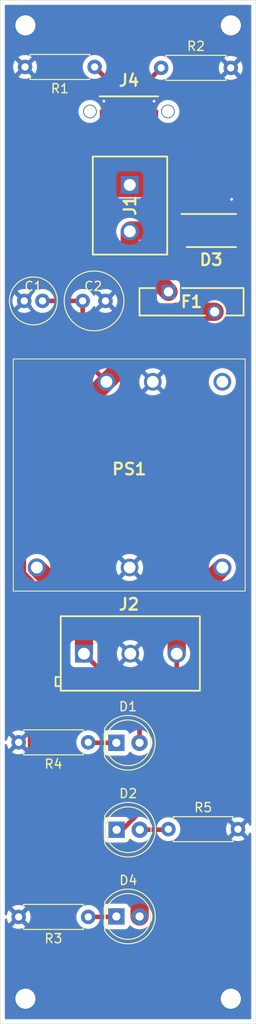
<source format=kicad_pcb>
(kicad_pcb (version 20241229) (generator "pcbnew") (generator_version "9.0")
  (layers (0 "F.Cu" signal) (2 "B.Cu" signal) (13 "F.Paste" user) (15 "B.Paste" user) (5 "F.SilkS" user "F.Silkscreen") (7 "B.SilkS" user "B.Silkscreen") (1 "F.Mask" user) (3 "B.Mask" user) (25 "Edge.Cuts" user))
  (net 0 "")
  (net 1 "GND")
  (net 2 "+5V")
  (net 3 "+12V")
  (net 4 "Net-(D1-K)")
  (net 5 "Net-(D2-A)")
  (net 6 "-12V")
  (net 7 "Net-(D3-K)")
  (net 9 "Net-(D4-K)")
  (net 10 "Net-(J4-VBUS_1)")
  (net 11 "Net-(J4-CC2)")
  (net 12 "Net-(J4-CC1)")
  (footprint "MountingHole:MountingHole_2.2mm_M2_DIN965_Pad" (layer "F.Cu") (at 157.76 139.25)
    (property "Reference" "H7" (hide yes))
    (property "Value" "MountingHole_Pad" (hide yes))
    (pad "1" thru_hole circle (at 0 0) (size 3.8 3.8) (drill 2.2) (layers "*.Cu" "*.Mask") (net 1 "GND"))
  )
  (footprint "Resistor_THT:R_Axial_DIN0207_L6.3mm_D2.5mm_P7.62mm_Horizontal" (layer "F.Cu") (at 172.63 37.4)
    (property "Reference" "R2" (at 3.81 -2.37 0) (layer "F.SilkS"))
    (property "Value" "5.1k 1%")
    (fp_line (start 0.54 -1.37) (end 7.08 -1.37) (stroke (width 0.12)) (layer "F.SilkS"))
    (fp_line (start 0.54 -1.04) (end 0.54 -1.37) (stroke (width 0.12)) (layer "F.SilkS"))
    (fp_line (start 0.54 1.04) (end 0.54 1.37) (stroke (width 0.12)) (layer "F.SilkS"))
    (fp_line (start 0.54 1.37) (end 7.08 1.37) (stroke (width 0.12)) (layer "F.SilkS"))
    (fp_line (start 7.08 -1.37) (end 7.08 -1.04) (stroke (width 0.12)) (layer "F.SilkS"))
    (fp_line (start 7.08 1.37) (end 7.08 1.04) (stroke (width 0.12)) (layer "F.SilkS"))
    (pad "1" thru_hole circle (at 0 0) (size 1.6 1.6) (drill 0.8) (layers "*.Cu" "*.Mask") (net 12 "Net-(J4-CC1)"))
    (pad "2" thru_hole circle (at 7.62 0) (size 1.6 1.6) (drill 0.8) (layers "*.Cu" "*.Mask") (net 1 "GND"))
  )
  (footprint "LED_THT:LED_D5.0mm" (layer "F.Cu") (at 167.72 111.25)
    (property "Reference" "D1" (at 1.27 -3.96 0) (layer "F.SilkS"))
    (property "Value" "LED")
    (fp_line (start -1.29 -1.545) (end -1.29 1.545) (stroke (width 0.12)) (layer "F.SilkS"))
    (fp_arc (start -1.29 -1.54483) (mid 2.071779 -2.880495) (end 4.26 0) (stroke (width 0.12)) (layer "F.SilkS"))
    (fp_arc (start 4.26 0) (mid 2.071779 2.880495) (end -1.29 1.54483) (stroke (width 0.12)) (layer "F.SilkS"))
    (fp_circle (center 1.27 0) (end 3.77 0) (stroke (width 0.12)) (fill no) (layer "F.SilkS"))
    (pad "1" thru_hole rect (at 0 0) (size 1.8 1.8) (drill 0.9) (layers "*.Cu" "*.Mask") (net 4 "Net-(D1-K)"))
    (pad "2" thru_hole circle (at 2.54 0) (size 1.8 1.8) (drill 0.9) (layers "*.Cu" "*.Mask") (net 3 "+12V"))
  )
  (footprint "MountingHole:MountingHole_2.2mm_M2_DIN965_Pad" (layer "F.Cu") (at 180.26 139.25)
    (property "Reference" "H6" (hide yes))
    (property "Value" "MountingHole_Pad" (hide yes))
    (pad "1" thru_hole circle (at 0 0) (size 3.8 3.8) (drill 2.2) (layers "*.Cu" "*.Mask") (net 1 "GND"))
  )
  (footprint "MountingHole:MountingHole_2.2mm_M2_DIN965_Pad" (layer "F.Cu") (at 157.76 32.75)
    (property "Reference" "H5" (hide yes))
    (property "Value" "MountingHole_Pad" (hide yes))
    (pad "1" thru_hole circle (at 0 0) (size 3.8 3.8) (drill 2.2) (layers "*.Cu" "*.Mask") (net 1 "GND"))
  )
  (footprint "Resistor_THT:R_Axial_DIN0207_L6.3mm_D2.5mm_P7.62mm_Horizontal" (layer "F.Cu") (at 164.64 111.2 180)
    (property "Reference" "R4" (at 3.81 -2.37 0) (layer "F.SilkS"))
    (property "Value" "510")
    (fp_line (start 7.08 1.37) (end 7.08 1.04) (stroke (width 0.12)) (layer "F.SilkS"))
    (fp_line (start 7.08 -1.37) (end 7.08 -1.04) (stroke (width 0.12)) (layer "F.SilkS"))
    (fp_line (start 0.54 1.37) (end 7.08 1.37) (stroke (width 0.12)) (layer "F.SilkS"))
    (fp_line (start 0.54 1.04) (end 0.54 1.37) (stroke (width 0.12)) (layer "F.SilkS"))
    (fp_line (start 0.54 -1.04) (end 0.54 -1.37) (stroke (width 0.12)) (layer "F.SilkS"))
    (fp_line (start 0.54 -1.37) (end 7.08 -1.37) (stroke (width 0.12)) (layer "F.SilkS"))
    (pad "1" thru_hole circle (at 0 0 180) (size 1.6 1.6) (drill 0.8) (layers "*.Cu" "*.Mask") (net 4 "Net-(D1-K)"))
    (pad "2" thru_hole circle (at 7.62 0 180) (size 1.6 1.6) (drill 0.8) (layers "*.Cu" "*.Mask") (net 1 "GND"))
  )
  (footprint "import:1548129" (layer "F.Cu") (at 164.17 101.5)
    (property "Reference" "J2" (at 4.93 -5.4 0) (layer "F.SilkS") (effects (font (size 1.27 1.27) (thickness 0.254))))
    (property "Value" "1548129" (hide yes))
    (fp_line (start -3.11 2.55) (end -3.11 3.55) (stroke (width 0.2)) (layer "F.SilkS"))
    (fp_line (start -3.11 3.55) (end -2.54 3.55) (stroke (width 0.2)) (layer "F.SilkS"))
    (fp_line (start -2.54 -4.1) (end 12.7 -4.1) (stroke (width 0.2)) (layer "F.SilkS"))
    (fp_line (start -2.54 2.55) (end -3.11 2.55) (stroke (width 0.2)) (layer "F.SilkS"))
    (fp_line (start -2.54 4.05) (end -2.54 -4.1) (stroke (width 0.2)) (layer "F.SilkS"))
    (fp_line (start 12.7 -4.1) (end 12.7 4.05) (stroke (width 0.2)) (layer "F.SilkS"))
    (fp_line (start 12.7 4.05) (end -2.54 4.05) (stroke (width 0.2)) (layer "F.SilkS"))
    (pad "1" thru_hole rect (at 0 0) (size 1.95 1.95) (drill 1.3) (layers "*.Cu" "*.Mask") (net 3 "+12V"))
    (pad "2" thru_hole circle (at 5.08 0) (size 1.95 1.95) (drill 1.3) (layers "*.Cu" "*.Mask") (net 1 "GND"))
    (pad "3" thru_hole circle (at 10.16 0) (size 1.95 1.95) (drill 1.3) (layers "*.Cu" "*.Mask") (net 6 "-12V"))
  )
  (footprint "Resistor_THT:R_Axial_DIN0207_L6.3mm_D2.5mm_P7.62mm_Horizontal" (layer "F.Cu") (at 165.34 37.3 180)
    (property "Reference" "R1" (at 3.81 -2.37 0) (layer "F.SilkS"))
    (property "Value" "5.1k 1%")
    (fp_line (start 7.08 1.37) (end 7.08 1.04) (stroke (width 0.12)) (layer "F.SilkS"))
    (fp_line (start 7.08 -1.37) (end 7.08 -1.04) (stroke (width 0.12)) (layer "F.SilkS"))
    (fp_line (start 0.54 1.37) (end 7.08 1.37) (stroke (width 0.12)) (layer "F.SilkS"))
    (fp_line (start 0.54 1.04) (end 0.54 1.37) (stroke (width 0.12)) (layer "F.SilkS"))
    (fp_line (start 0.54 -1.04) (end 0.54 -1.37) (stroke (width 0.12)) (layer "F.SilkS"))
    (fp_line (start 0.54 -1.37) (end 7.08 -1.37) (stroke (width 0.12)) (layer "F.SilkS"))
    (pad "1" thru_hole circle (at 0 0 180) (size 1.6 1.6) (drill 0.8) (layers "*.Cu" "*.Mask") (net 11 "Net-(J4-CC2)"))
    (pad "2" thru_hole circle (at 7.62 0 180) (size 1.6 1.6) (drill 0.8) (layers "*.Cu" "*.Mask") (net 1 "GND"))
  )
  (footprint "Resistor_THT:R_Axial_DIN0207_L6.3mm_D2.5mm_P7.62mm_Horizontal" (layer "F.Cu") (at 173.42 120.7)
    (property "Reference" "R5" (at 3.81 -2.37 0) (layer "F.SilkS"))
    (property "Value" "510")
    (fp_line (start 0.54 -1.37) (end 7.08 -1.37) (stroke (width 0.12)) (layer "F.SilkS"))
    (fp_line (start 0.54 -1.04) (end 0.54 -1.37) (stroke (width 0.12)) (layer "F.SilkS"))
    (fp_line (start 0.54 1.04) (end 0.54 1.37) (stroke (width 0.12)) (layer "F.SilkS"))
    (fp_line (start 0.54 1.37) (end 7.08 1.37) (stroke (width 0.12)) (layer "F.SilkS"))
    (fp_line (start 7.08 -1.37) (end 7.08 -1.04) (stroke (width 0.12)) (layer "F.SilkS"))
    (fp_line (start 7.08 1.37) (end 7.08 1.04) (stroke (width 0.12)) (layer "F.SilkS"))
    (pad "1" thru_hole circle (at 0 0) (size 1.6 1.6) (drill 0.8) (layers "*.Cu" "*.Mask") (net 5 "Net-(D2-A)"))
    (pad "2" thru_hole circle (at 7.62 0) (size 1.6 1.6) (drill 0.8) (layers "*.Cu" "*.Mask") (net 1 "GND"))
  )
  (footprint "import:SMBJ5.0A" (layer "F.Cu") (at 178.13 55.2)
    (property "Reference" "D3" (at -0.03 3.2 0) (layer "F.SilkS") (effects (font (size 1.27 1.27) (thickness 0.254))))
    (property "Value" "SMBJ5.0A" (hide yes))
    (fp_line (start -2.7 1.81) (end 2.7 1.81) (stroke (width 0.2)) (layer "F.SilkS"))
    (fp_line (start 2.7 -1.81) (end -3.275 -1.81) (stroke (width 0.2)) (layer "F.SilkS"))
    (pad "1" smd rect (at -2.2 0 90) (size 2.15 2.2) (layers "F.Cu" "F.Mask" "F.Paste") (net 7 "Net-(D3-K)"))
    (pad "2" smd rect (at 2.2 0 90) (size 2.15 2.2) (layers "F.Cu" "F.Mask" "F.Paste") (net 1 "GND"))
  )
  (footprint "Capacitor_THT:C_Radial_D5.0mm_H11.0mm_P2.00mm" (layer "F.Cu") (at 159.63 62.9 180)
    (property "Reference" "C1" (at 1 1.6 0) (layer "F.SilkS"))
    (property "Value" "10u")
    (fp_circle (center 1 0) (end 3.62 0) (stroke (width 0.12)) (fill no) (layer "F.SilkS"))
    (pad "1" thru_hole circle (at 0 0 180) (size 1.6 1.6) (drill 0.8) (layers "*.Cu" "*.Mask") (net 2 "+5V"))
    (pad "2" thru_hole circle (at 2 0 180) (size 1.6 1.6) (drill 0.8) (layers "*.Cu" "*.Mask") (net 1 "GND"))
  )
  (footprint "MountingHole:MountingHole_2.2mm_M2_DIN965_Pad" (layer "F.Cu") (at 180.26 32.75)
    (property "Reference" "H8" (hide yes))
    (property "Value" "MountingHole_Pad" (hide yes))
    (pad "1" thru_hole circle (at 0 0) (size 3.8 3.8) (drill 2.2) (layers "*.Cu" "*.Mask") (net 1 "GND"))
  )
  (footprint "import:1548128" (layer "F.Cu") (at 169.19 50.21 -90)
    (property "Reference" "J1" (at 2.255 -0.025 90) (layer "F.SilkS") (effects (font (size 1.27 1.27) (thickness 0.254))))
    (property "Value" "1548128" (hide yes))
    (fp_line (start -3.11 4.05) (end -3.11 -4.1) (stroke (width 0.2)) (layer "F.SilkS"))
    (fp_line (start 7.62 4.05) (end -3.11 4.05) (stroke (width 0.2)) (layer "F.SilkS"))
    (fp_line (start -3.11 -4.1) (end 7.62 -4.1) (stroke (width 0.2)) (layer "F.SilkS"))
    (fp_line (start 7.62 -4.1) (end 7.62 4.05) (stroke (width 0.2)) (layer "F.SilkS"))
    (pad "1" thru_hole rect (at 0 0 270) (size 1.95 1.95) (drill 1.3) (layers "*.Cu" "*.Mask") (net 10 "Net-(J4-VBUS_1)"))
    (pad "2" thru_hole circle (at 5.08 0 270) (size 1.95 1.95) (drill 1.3) (layers "*.Cu" "*.Mask") (net 7 "Net-(D3-K)"))
  )
  (footprint "import:DKM10E12" (layer "F.Cu") (at 166.63 71.75 180)
    (property "Reference" "PS1" (at -2.5 -9.55 0) (layer "F.SilkS") (effects (font (size 1.27 1.27) (thickness 0.254))))
    (property "Value" "DKM10E-12" (hide yes))
    (fp_line (start 10.2 2.5) (end 10.2 -22.9) (stroke (width 0.1)) (layer "F.SilkS"))
    (fp_line (start 10.2 -22.9) (end -15.2 -22.9) (stroke (width 0.1)) (layer "F.SilkS"))
    (fp_line (start -15.2 2.5) (end 10.2 2.5) (stroke (width 0.1)) (layer "F.SilkS"))
    (fp_line (start -15.2 -22.9) (end -15.2 2.5) (stroke (width 0.1)) (layer "F.SilkS"))
    (pad "1" thru_hole circle (at 0 0 180) (size 1.95 1.95) (drill 1.3) (layers "*.Cu" "*.Mask") (net 2 "+5V"))
    (pad "2" thru_hole circle (at -5.08 0 180) (size 1.95 1.95) (drill 1.3) (layers "*.Cu" "*.Mask") (net 1 "GND"))
    (pad "3" thru_hole circle (at 7.62 -20.32 180) (size 1.95 1.95) (drill 1.3) (layers "*.Cu" "*.Mask") (net 3 "+12V"))
    (pad "4" thru_hole circle (at -2.54 -20.32 180) (size 1.95 1.95) (drill 1.3) (layers "*.Cu" "*.Mask") (net 1 "GND"))
    (pad "5" thru_hole circle (at -12.7 -20.32 180) (size 1.95 1.95) (drill 1.3) (layers "*.Cu" "*.Mask") (net 6 "-12V"))
    (pad "6" thru_hole circle (at -12.7 0 180) (size 1.95 1.95) (drill 1.3) (layers "*.Cu" "*.Mask"))
  )
  (footprint "import:RUEF300" (layer "F.Cu") (at 173.43 61.9)
    (property "Reference" "F1" (at 2.525 1.0935 0) (layer "F.SilkS") (effects (font (size 1.27 1.27) (thickness 0.254))))
    (property "Value" "RUEF300" (hide yes))
    (fp_line (start -3.175 -0.4) (end -1.5 -0.406) (stroke (width 0.2)) (layer "F.SilkS"))
    (fp_line (start -3.175 2.594) (end -3.175 -0.4) (stroke (width 0.2)) (layer "F.SilkS"))
    (fp_line (start 1.5 -0.4) (end 8.225 -0.406) (stroke (width 0.2)) (layer "F.SilkS"))
    (fp_line (start 4 2.6) (end -3.175 2.594) (stroke (width 0.2)) (layer "F.SilkS"))
    (fp_line (start 8.225 -0.406) (end 8.225 2.594) (stroke (width 0.2)) (layer "F.SilkS"))
    (fp_line (start 8.225 2.594) (end 6.2 2.594) (stroke (width 0.2)) (layer "F.SilkS"))
    (pad "1" thru_hole rect (at 0 0) (size 1.519 1.519) (drill 1.0128) (layers "*.Cu" "*.Mask") (net 7 "Net-(D3-K)"))
    (pad "2" thru_hole circle (at 5.05 2.187) (size 1.519 1.519) (drill 1.0128) (layers "*.Cu" "*.Mask") (net 2 "+5V"))
  )
  (footprint "LED_THT:LED_D5.0mm" (layer "F.Cu") (at 167.745 120.76)
    (property "Reference" "D2" (at 1.27 -3.96 0) (layer "F.SilkS"))
    (property "Value" "LED")
    (fp_line (start -1.29 -1.545) (end -1.29 1.545) (stroke (width 0.12)) (layer "F.SilkS"))
    (fp_arc (start -1.29 -1.54483) (mid 2.071779 -2.880495) (end 4.26 0) (stroke (width 0.12)) (layer "F.SilkS"))
    (fp_arc (start 4.26 0) (mid 2.071779 2.880495) (end -1.29 1.54483) (stroke (width 0.12)) (layer "F.SilkS"))
    (fp_circle (center 1.27 0) (end 3.77 0) (stroke (width 0.12)) (fill no) (layer "F.SilkS"))
    (pad "1" thru_hole rect (at 0 0) (size 1.8 1.8) (drill 0.9) (layers "*.Cu" "*.Mask") (net 6 "-12V"))
    (pad "2" thru_hole circle (at 2.54 0) (size 1.8 1.8) (drill 0.9) (layers "*.Cu" "*.Mask") (net 5 "Net-(D2-A)"))
  )
  (footprint "import:UJCVGSMTP6TR" (layer "F.Cu") (at 169.1 42 180)
    (property "Reference" "J4" (at 0 3.22 0) (layer "F.SilkS") (effects (font (size 1.27 1.27) (thickness 0.254))))
    (property "Value" "UJC-V-G-SMT-P6-TR" (hide yes))
    (fp_line (start -3.2 1.48) (end 3.2 1.48) (stroke (width 0.2)) (layer "F.SilkS"))
    (pad "1" thru_hole circle (at -4.27 -0.17 180) (size 1.5 1.5) (drill 1.3) (layers "*.Cu" "*.Mask"))
    (pad "2" thru_hole circle (at 4.27 -0.17 180) (size 1.5 1.5) (drill 1.3) (layers "*.Cu" "*.Mask"))
    (pad "A5" smd rect (at -0.5 -0.965 180) (size 0.7 1.99) (layers "F.Cu" "F.Mask" "F.Paste") (net 12 "Net-(J4-CC1)"))
    (pad "A9" smd rect (at 1.52 -0.965 180) (size 0.8 1.99) (layers "F.Cu" "F.Mask" "F.Paste") (net 10 "Net-(J4-VBUS_1)"))
    (pad "A12" smd rect (at 2.75 -0.965 180) (size 0.9 1.99) (layers "F.Cu" "F.Mask" "F.Paste") (net 1 "GND"))
    (pad "B5" smd rect (at 0.5 -0.965 180) (size 0.7 1.99) (layers "F.Cu" "F.Mask" "F.Paste") (net 11 "Net-(J4-CC2)"))
    (pad "B9" smd rect (at -1.52 -0.965 180) (size 0.8 1.99) (layers "F.Cu" "F.Mask" "F.Paste") (net 10 "Net-(J4-VBUS_1)"))
    (pad "B12" smd rect (at -2.75 -0.965 180) (size 0.9 1.99) (layers "F.Cu" "F.Mask" "F.Paste") (net 1 "GND"))
  )
  (footprint "Capacitor_THT:C_Radial_D6.3mm_H7.0mm_P2.50mm" (layer "F.Cu") (at 164.03 62.9)
    (property "Reference" "C2" (at 1.15 -1.6 0) (layer "F.SilkS"))
    (property "Value" "100u")
    (fp_circle (center 1.25 0) (end 4.52 0) (stroke (width 0.12)) (fill no) (layer "F.SilkS"))
    (pad "1" thru_hole circle (at 0 0) (size 1.6 1.6) (drill 0.8) (layers "*.Cu" "*.Mask") (net 2 "+5V"))
    (pad "2" thru_hole circle (at 2.5 0) (size 1.6 1.6) (drill 0.8) (layers "*.Cu" "*.Mask") (net 1 "GND"))
  )
  (footprint "LED_THT:LED_D5.0mm" (layer "F.Cu") (at 167.725 130.25)
    (property "Reference" "D4" (at 1.305 -3.95 0) (layer "F.SilkS"))
    (property "Value" "LED")
    (fp_line (start -1.29 -1.545) (end -1.29 1.545) (stroke (width 0.12)) (layer "F.SilkS"))
    (fp_arc (start -1.29 -1.54483) (mid 2.071779 -2.880495) (end 4.26 0) (stroke (width 0.12)) (layer "F.SilkS"))
    (fp_arc (start 4.26 0) (mid 2.071779 2.880495) (end -1.29 1.54483) (stroke (width 0.12)) (layer "F.SilkS"))
    (fp_circle (center 1.27 0) (end 3.77 0) (stroke (width 0.12)) (fill no) (layer "F.SilkS"))
    (pad "1" thru_hole rect (at 0 0) (size 1.8 1.8) (drill 0.9) (layers "*.Cu" "*.Mask") (net 9 "Net-(D4-K)"))
    (pad "2" thru_hole circle (at 2.54 0) (size 1.8 1.8) (drill 0.9) (layers "*.Cu" "*.Mask") (net 2 "+5V"))
  )
  (footprint "Resistor_THT:R_Axial_DIN0207_L6.3mm_D2.5mm_P7.62mm_Horizontal" (layer "F.Cu") (at 164.64 130.3 180)
    (property "Reference" "R3" (at 3.81 -2.37 0) (layer "F.SilkS"))
    (property "Value" "150")
    (fp_line (start 7.08 1.37) (end 7.08 1.04) (stroke (width 0.12)) (layer "F.SilkS"))
    (fp_line (start 7.08 -1.37) (end 7.08 -1.04) (stroke (width 0.12)) (layer "F.SilkS"))
    (fp_line (start 0.54 1.37) (end 7.08 1.37) (stroke (width 0.12)) (layer "F.SilkS"))
    (fp_line (start 0.54 1.04) (end 0.54 1.37) (stroke (width 0.12)) (layer "F.SilkS"))
    (fp_line (start 0.54 -1.04) (end 0.54 -1.37) (stroke (width 0.12)) (layer "F.SilkS"))
    (fp_line (start 0.54 -1.37) (end 7.08 -1.37) (stroke (width 0.12)) (layer "F.SilkS"))
    (pad "1" thru_hole circle (at 0 0 180) (size 1.6 1.6) (drill 0.8) (layers "*.Cu" "*.Mask") (net 9 "Net-(D4-K)"))
    (pad "2" thru_hole circle (at 7.62 0 180) (size 1.6 1.6) (drill 0.8) (layers "*.Cu" "*.Mask") (net 1 "GND"))
  )
  (gr_rect (start 167.43 44.31) (end 170.77 51.46) (stroke (width 0.2)) (fill yes) (layer "F.Cu") (net 10))
  (gr_rect (start 155 30) (end 183 142) (stroke (width 0.05)) (fill no) (layer "Edge.Cuts"))
  (segment (start 171.85 42.965) (end 171.85 41.05) (width 0.5) (layer "F.Cu") (net 1))
  (segment (start 180.33 51.8) (end 180.34 51.79) (width 2) (layer "F.Cu") (net 1))
  (segment (start 166.35 42.965) (end 166.35 41.05) (width 0.5) (layer "F.Cu") (net 1))
  (segment (start 180.33 55.2) (end 180.33 51.8) (width 2) (layer "F.Cu") (net 1))
  (via (at 166.35 41.05) (size 0.6) (drill 0.3) (layers "F.Cu" "B.Cu") (net 1))
  (via (at 171.85 41.05) (size 0.6) (drill 0.3) (layers "F.Cu" "B.Cu") (net 1))
  (via (at 180.34 51.79) (size 0.6) (drill 0.3) (layers "F.Cu" "B.Cu") (net 1))
  (segment (start 174.293 64.087) (end 178.48 64.087) (width 2) (layer "F.Cu") (net 2))
  (segment (start 159.021 116.238) (end 159.021 95.158329) (width 2) (layer "F.Cu") (net 2))
  (segment (start 170.265 127.482) (end 159.021 116.238) (width 2) (layer "F.Cu") (net 2))
  (segment (start 159.021 95.158329) (end 156.834 92.971329) (width 2) (layer "F.Cu") (net 2))
  (segment (start 156.834 81.546) (end 166.63 71.75) (width 2) (layer "F.Cu") (net 2))
  (segment (start 170.265 130.25) (end 170.265 127.482) (width 2) (layer "F.Cu") (net 2))
  (segment (start 164.03 69.15) (end 166.63 71.75) (width 0.5) (layer "F.Cu") (net 2))
  (segment (start 159.63 62.9) (end 164.03 62.9) (width 0.5) (layer "F.Cu") (net 2))
  (segment (start 164.03 62.9) (end 164.03 69.15) (width 0.5) (layer "F.Cu") (net 2))
  (segment (start 156.834 92.971329) (end 156.834 81.546) (width 2) (layer "F.Cu") (net 2))
  (segment (start 166.63 71.75) (end 174.293 64.087) (width 2) (layer "F.Cu") (net 2))
  (segment (start 164.17 97.23) (end 159.01 92.07) (width 2) (layer "F.Cu") (net 3))
  (segment (start 164.17 101.5) (end 164.17 97.23) (width 2) (layer "F.Cu") (net 3))
  (segment (start 170.26 107.59) (end 164.17 101.5) (width 0.5) (layer "F.Cu") (net 3))
  (segment (start 170.26 111.25) (end 170.26 107.59) (width 0.5) (layer "F.Cu") (net 3))
  (segment (start 164.69 111.25) (end 164.64 111.2) (width 0.5) (layer "F.Cu") (net 4))
  (segment (start 167.72 111.25) (end 164.69 111.25) (width 0.5) (layer "F.Cu") (net 4))
  (segment (start 173.36 120.76) (end 173.42 120.7) (width 0.5) (layer "F.Cu") (net 5))
  (segment (start 170.285 120.76) (end 173.36 120.76) (width 0.5) (layer "F.Cu") (net 5))
  (segment (start 174.33 101.5) (end 174.33 97.07) (width 2) (layer "F.Cu") (net 6))
  (segment (start 174.33 114.804397) (end 168.374397 120.76) (width 0.5) (layer "F.Cu") (net 6))
  (segment (start 168.374397 120.76) (end 167.745 120.76) (width 0.5) (layer "F.Cu") (net 6))
  (segment (start 174.33 101.5) (end 174.33 114.804397) (width 0.5) (layer "F.Cu") (net 6))
  (segment (start 174.33 97.07) (end 179.33 92.07) (width 2) (layer "F.Cu") (net 6))
  (segment (start 169.28 55.2) (end 169.19 55.29) (width 2) (layer "F.Cu") (net 7))
  (segment (start 175.9 55.23) (end 175.93 55.2) (width 2) (layer "F.Cu") (net 7))
  (segment (start 169.19 57.66) (end 173.43 61.9) (width 2) (layer "F.Cu") (net 7))
  (segment (start 175.93 55.2) (end 169.28 55.2) (width 2) (layer "F.Cu") (net 7))
  (segment (start 169.19 55.29) (end 169.19 57.66) (width 2) (layer "F.Cu") (net 7))
  (segment (start 164.64 130.3) (end 167.675 130.3) (width 0.5) (layer "F.Cu") (net 9))
  (segment (start 167.675 130.3) (end 167.725 130.25) (width 0.5) (layer "F.Cu") (net 9))
  (segment (start 167.58 44.192) (end 167.799 44.411) (width 0.5) (layer "F.Cu") (net 10))
  (segment (start 167.58 42.965) (end 167.58 44.192) (width 0.5) (layer "F.Cu") (net 10))
  (segment (start 170.401 44.411) (end 170.62 44.192) (width 0.5) (layer "F.Cu") (net 10))
  (segment (start 170.62 44.192) (end 170.62 42.965) (width 0.5) (layer "F.Cu") (net 10))
  (segment (start 167.799 44.411) (end 170.401 44.411) (width 0.5) (layer "F.Cu") (net 10))
  (segment (start 168.6 40.56) (end 168.6 42.965) (width 0.5) (layer "F.Cu") (net 11))
  (segment (start 165.34 37.3) (end 168.6 40.56) (width 0.5) (layer "F.Cu") (net 11))
  (segment (start 172.63 37.4) (end 169.6 40.43) (width 0.5) (layer "F.Cu") (net 12))
  (segment (start 169.6 40.43) (end 169.6 42.965) (width 0.5) (layer "F.Cu") (net 12))
  (zone (net 1) (net_name "GND") (layer "B.Cu") (connect_pads (clearance 0.5)) (min_thickness 0.25) (fill yes (thermal_gap 0.5) (thermal_bridge_width 0.5))
    (polygon (pts (xy 155 30) (xy 183 30) (xy 183 142) (xy 155 142)))
  )
)
</source>
